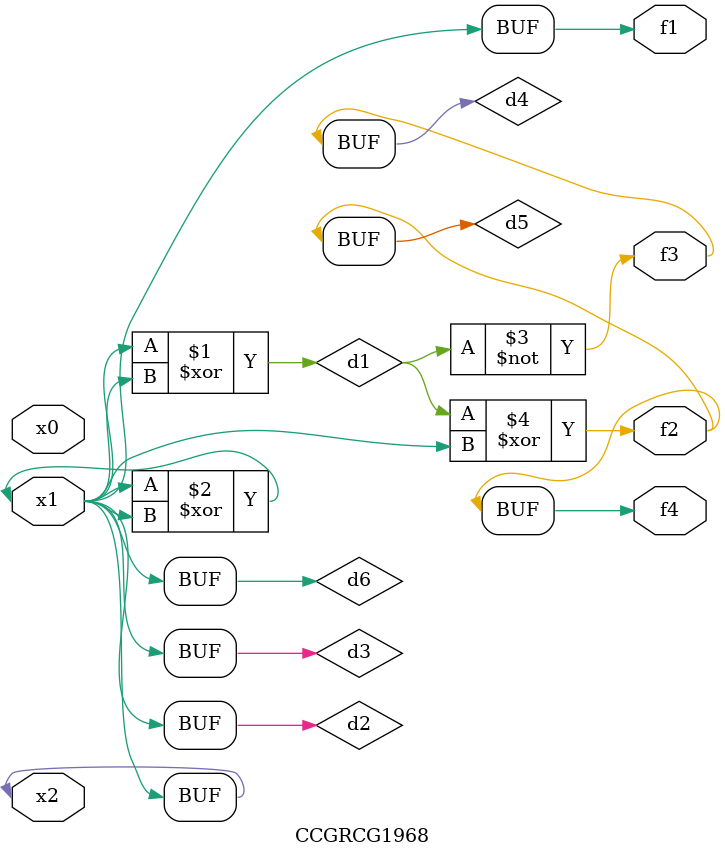
<source format=v>
module CCGRCG1968(
	input x0, x1, x2,
	output f1, f2, f3, f4
);

	wire d1, d2, d3, d4, d5, d6;

	xor (d1, x1, x2);
	buf (d2, x1, x2);
	xor (d3, x1, x2);
	nor (d4, d1);
	xor (d5, d1, d2);
	buf (d6, d2, d3);
	assign f1 = d6;
	assign f2 = d5;
	assign f3 = d4;
	assign f4 = d5;
endmodule

</source>
